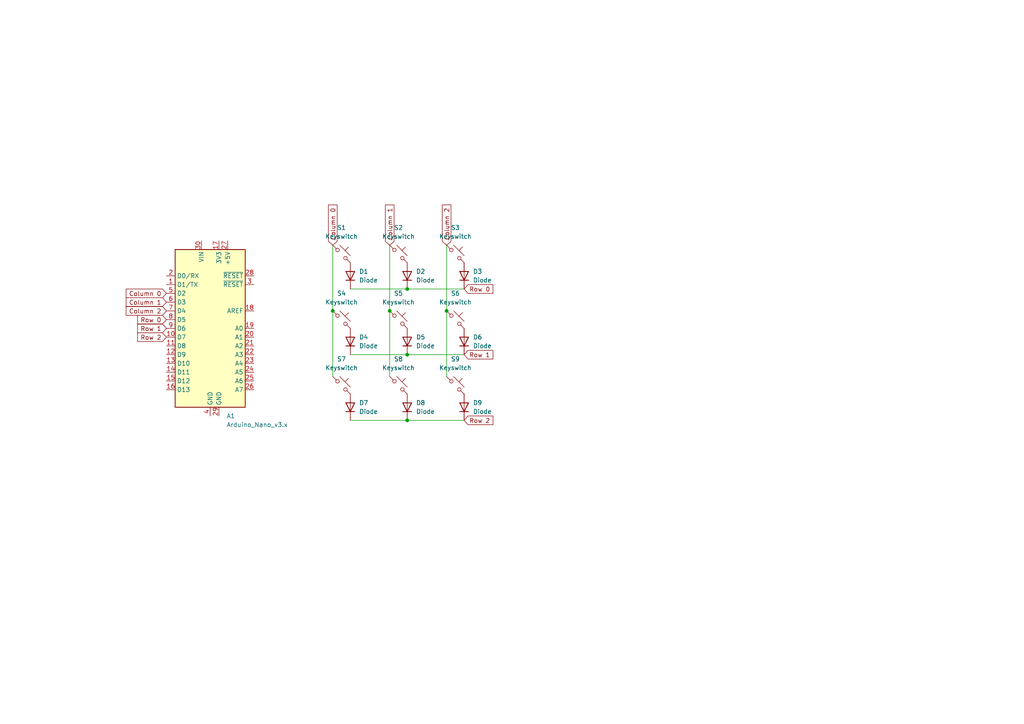
<source format=kicad_sch>
(kicad_sch
	(version 20231120)
	(generator "eeschema")
	(generator_version "8.0")
	(uuid "73ca71f7-aebc-41c2-914e-f4e2a010f29c")
	(paper "A4")
	(lib_symbols
		(symbol "MCU_Module:Arduino_Nano_v3.x"
			(exclude_from_sim no)
			(in_bom yes)
			(on_board yes)
			(property "Reference" "A"
				(at -10.16 23.495 0)
				(effects
					(font
						(size 1.27 1.27)
					)
					(justify left bottom)
				)
			)
			(property "Value" "Arduino_Nano_v3.x"
				(at 5.08 -24.13 0)
				(effects
					(font
						(size 1.27 1.27)
					)
					(justify left top)
				)
			)
			(property "Footprint" "Module:Arduino_Nano"
				(at 0 0 0)
				(effects
					(font
						(size 1.27 1.27)
						(italic yes)
					)
					(hide yes)
				)
			)
			(property "Datasheet" "http://www.mouser.com/pdfdocs/Gravitech_Arduino_Nano3_0.pdf"
				(at 0 0 0)
				(effects
					(font
						(size 1.27 1.27)
					)
					(hide yes)
				)
			)
			(property "Description" "Arduino Nano v3.x"
				(at 0 0 0)
				(effects
					(font
						(size 1.27 1.27)
					)
					(hide yes)
				)
			)
			(property "ki_keywords" "Arduino nano microcontroller module USB"
				(at 0 0 0)
				(effects
					(font
						(size 1.27 1.27)
					)
					(hide yes)
				)
			)
			(property "ki_fp_filters" "Arduino*Nano*"
				(at 0 0 0)
				(effects
					(font
						(size 1.27 1.27)
					)
					(hide yes)
				)
			)
			(symbol "Arduino_Nano_v3.x_0_1"
				(rectangle
					(start -10.16 22.86)
					(end 10.16 -22.86)
					(stroke
						(width 0.254)
						(type default)
					)
					(fill
						(type background)
					)
				)
			)
			(symbol "Arduino_Nano_v3.x_1_1"
				(pin bidirectional line
					(at -12.7 12.7 0)
					(length 2.54)
					(name "D1/TX"
						(effects
							(font
								(size 1.27 1.27)
							)
						)
					)
					(number "1"
						(effects
							(font
								(size 1.27 1.27)
							)
						)
					)
				)
				(pin bidirectional line
					(at -12.7 -2.54 0)
					(length 2.54)
					(name "D7"
						(effects
							(font
								(size 1.27 1.27)
							)
						)
					)
					(number "10"
						(effects
							(font
								(size 1.27 1.27)
							)
						)
					)
				)
				(pin bidirectional line
					(at -12.7 -5.08 0)
					(length 2.54)
					(name "D8"
						(effects
							(font
								(size 1.27 1.27)
							)
						)
					)
					(number "11"
						(effects
							(font
								(size 1.27 1.27)
							)
						)
					)
				)
				(pin bidirectional line
					(at -12.7 -7.62 0)
					(length 2.54)
					(name "D9"
						(effects
							(font
								(size 1.27 1.27)
							)
						)
					)
					(number "12"
						(effects
							(font
								(size 1.27 1.27)
							)
						)
					)
				)
				(pin bidirectional line
					(at -12.7 -10.16 0)
					(length 2.54)
					(name "D10"
						(effects
							(font
								(size 1.27 1.27)
							)
						)
					)
					(number "13"
						(effects
							(font
								(size 1.27 1.27)
							)
						)
					)
				)
				(pin bidirectional line
					(at -12.7 -12.7 0)
					(length 2.54)
					(name "D11"
						(effects
							(font
								(size 1.27 1.27)
							)
						)
					)
					(number "14"
						(effects
							(font
								(size 1.27 1.27)
							)
						)
					)
				)
				(pin bidirectional line
					(at -12.7 -15.24 0)
					(length 2.54)
					(name "D12"
						(effects
							(font
								(size 1.27 1.27)
							)
						)
					)
					(number "15"
						(effects
							(font
								(size 1.27 1.27)
							)
						)
					)
				)
				(pin bidirectional line
					(at -12.7 -17.78 0)
					(length 2.54)
					(name "D13"
						(effects
							(font
								(size 1.27 1.27)
							)
						)
					)
					(number "16"
						(effects
							(font
								(size 1.27 1.27)
							)
						)
					)
				)
				(pin power_out line
					(at 2.54 25.4 270)
					(length 2.54)
					(name "3V3"
						(effects
							(font
								(size 1.27 1.27)
							)
						)
					)
					(number "17"
						(effects
							(font
								(size 1.27 1.27)
							)
						)
					)
				)
				(pin input line
					(at 12.7 5.08 180)
					(length 2.54)
					(name "AREF"
						(effects
							(font
								(size 1.27 1.27)
							)
						)
					)
					(number "18"
						(effects
							(font
								(size 1.27 1.27)
							)
						)
					)
				)
				(pin bidirectional line
					(at 12.7 0 180)
					(length 2.54)
					(name "A0"
						(effects
							(font
								(size 1.27 1.27)
							)
						)
					)
					(number "19"
						(effects
							(font
								(size 1.27 1.27)
							)
						)
					)
				)
				(pin bidirectional line
					(at -12.7 15.24 0)
					(length 2.54)
					(name "D0/RX"
						(effects
							(font
								(size 1.27 1.27)
							)
						)
					)
					(number "2"
						(effects
							(font
								(size 1.27 1.27)
							)
						)
					)
				)
				(pin bidirectional line
					(at 12.7 -2.54 180)
					(length 2.54)
					(name "A1"
						(effects
							(font
								(size 1.27 1.27)
							)
						)
					)
					(number "20"
						(effects
							(font
								(size 1.27 1.27)
							)
						)
					)
				)
				(pin bidirectional line
					(at 12.7 -5.08 180)
					(length 2.54)
					(name "A2"
						(effects
							(font
								(size 1.27 1.27)
							)
						)
					)
					(number "21"
						(effects
							(font
								(size 1.27 1.27)
							)
						)
					)
				)
				(pin bidirectional line
					(at 12.7 -7.62 180)
					(length 2.54)
					(name "A3"
						(effects
							(font
								(size 1.27 1.27)
							)
						)
					)
					(number "22"
						(effects
							(font
								(size 1.27 1.27)
							)
						)
					)
				)
				(pin bidirectional line
					(at 12.7 -10.16 180)
					(length 2.54)
					(name "A4"
						(effects
							(font
								(size 1.27 1.27)
							)
						)
					)
					(number "23"
						(effects
							(font
								(size 1.27 1.27)
							)
						)
					)
				)
				(pin bidirectional line
					(at 12.7 -12.7 180)
					(length 2.54)
					(name "A5"
						(effects
							(font
								(size 1.27 1.27)
							)
						)
					)
					(number "24"
						(effects
							(font
								(size 1.27 1.27)
							)
						)
					)
				)
				(pin bidirectional line
					(at 12.7 -15.24 180)
					(length 2.54)
					(name "A6"
						(effects
							(font
								(size 1.27 1.27)
							)
						)
					)
					(number "25"
						(effects
							(font
								(size 1.27 1.27)
							)
						)
					)
				)
				(pin bidirectional line
					(at 12.7 -17.78 180)
					(length 2.54)
					(name "A7"
						(effects
							(font
								(size 1.27 1.27)
							)
						)
					)
					(number "26"
						(effects
							(font
								(size 1.27 1.27)
							)
						)
					)
				)
				(pin power_out line
					(at 5.08 25.4 270)
					(length 2.54)
					(name "+5V"
						(effects
							(font
								(size 1.27 1.27)
							)
						)
					)
					(number "27"
						(effects
							(font
								(size 1.27 1.27)
							)
						)
					)
				)
				(pin input line
					(at 12.7 15.24 180)
					(length 2.54)
					(name "~{RESET}"
						(effects
							(font
								(size 1.27 1.27)
							)
						)
					)
					(number "28"
						(effects
							(font
								(size 1.27 1.27)
							)
						)
					)
				)
				(pin power_in line
					(at 2.54 -25.4 90)
					(length 2.54)
					(name "GND"
						(effects
							(font
								(size 1.27 1.27)
							)
						)
					)
					(number "29"
						(effects
							(font
								(size 1.27 1.27)
							)
						)
					)
				)
				(pin input line
					(at 12.7 12.7 180)
					(length 2.54)
					(name "~{RESET}"
						(effects
							(font
								(size 1.27 1.27)
							)
						)
					)
					(number "3"
						(effects
							(font
								(size 1.27 1.27)
							)
						)
					)
				)
				(pin power_in line
					(at -2.54 25.4 270)
					(length 2.54)
					(name "VIN"
						(effects
							(font
								(size 1.27 1.27)
							)
						)
					)
					(number "30"
						(effects
							(font
								(size 1.27 1.27)
							)
						)
					)
				)
				(pin power_in line
					(at 0 -25.4 90)
					(length 2.54)
					(name "GND"
						(effects
							(font
								(size 1.27 1.27)
							)
						)
					)
					(number "4"
						(effects
							(font
								(size 1.27 1.27)
							)
						)
					)
				)
				(pin bidirectional line
					(at -12.7 10.16 0)
					(length 2.54)
					(name "D2"
						(effects
							(font
								(size 1.27 1.27)
							)
						)
					)
					(number "5"
						(effects
							(font
								(size 1.27 1.27)
							)
						)
					)
				)
				(pin bidirectional line
					(at -12.7 7.62 0)
					(length 2.54)
					(name "D3"
						(effects
							(font
								(size 1.27 1.27)
							)
						)
					)
					(number "6"
						(effects
							(font
								(size 1.27 1.27)
							)
						)
					)
				)
				(pin bidirectional line
					(at -12.7 5.08 0)
					(length 2.54)
					(name "D4"
						(effects
							(font
								(size 1.27 1.27)
							)
						)
					)
					(number "7"
						(effects
							(font
								(size 1.27 1.27)
							)
						)
					)
				)
				(pin bidirectional line
					(at -12.7 2.54 0)
					(length 2.54)
					(name "D5"
						(effects
							(font
								(size 1.27 1.27)
							)
						)
					)
					(number "8"
						(effects
							(font
								(size 1.27 1.27)
							)
						)
					)
				)
				(pin bidirectional line
					(at -12.7 0 0)
					(length 2.54)
					(name "D6"
						(effects
							(font
								(size 1.27 1.27)
							)
						)
					)
					(number "9"
						(effects
							(font
								(size 1.27 1.27)
							)
						)
					)
				)
			)
		)
		(symbol "ScottoKeebs:Placeholder_Diode"
			(pin_numbers hide)
			(pin_names hide)
			(exclude_from_sim no)
			(in_bom yes)
			(on_board yes)
			(property "Reference" "D"
				(at 0 2.54 0)
				(effects
					(font
						(size 1.27 1.27)
					)
				)
			)
			(property "Value" "Diode"
				(at 0 -2.54 0)
				(effects
					(font
						(size 1.27 1.27)
					)
				)
			)
			(property "Footprint" ""
				(at 0 0 0)
				(effects
					(font
						(size 1.27 1.27)
					)
					(hide yes)
				)
			)
			(property "Datasheet" ""
				(at 0 0 0)
				(effects
					(font
						(size 1.27 1.27)
					)
					(hide yes)
				)
			)
			(property "Description" "1N4148 (DO-35) or 1N4148W (SOD-123)"
				(at 0 0 0)
				(effects
					(font
						(size 1.27 1.27)
					)
					(hide yes)
				)
			)
			(property "Sim.Device" "D"
				(at 0 0 0)
				(effects
					(font
						(size 1.27 1.27)
					)
					(hide yes)
				)
			)
			(property "Sim.Pins" "1=K 2=A"
				(at 0 0 0)
				(effects
					(font
						(size 1.27 1.27)
					)
					(hide yes)
				)
			)
			(property "ki_keywords" "diode"
				(at 0 0 0)
				(effects
					(font
						(size 1.27 1.27)
					)
					(hide yes)
				)
			)
			(property "ki_fp_filters" "D*DO?35*"
				(at 0 0 0)
				(effects
					(font
						(size 1.27 1.27)
					)
					(hide yes)
				)
			)
			(symbol "Placeholder_Diode_0_1"
				(polyline
					(pts
						(xy -1.27 1.27) (xy -1.27 -1.27)
					)
					(stroke
						(width 0.254)
						(type default)
					)
					(fill
						(type none)
					)
				)
				(polyline
					(pts
						(xy 1.27 0) (xy -1.27 0)
					)
					(stroke
						(width 0)
						(type default)
					)
					(fill
						(type none)
					)
				)
				(polyline
					(pts
						(xy 1.27 1.27) (xy 1.27 -1.27) (xy -1.27 0) (xy 1.27 1.27)
					)
					(stroke
						(width 0.254)
						(type default)
					)
					(fill
						(type none)
					)
				)
			)
			(symbol "Placeholder_Diode_1_1"
				(pin passive line
					(at -3.81 0 0)
					(length 2.54)
					(name "K"
						(effects
							(font
								(size 1.27 1.27)
							)
						)
					)
					(number "1"
						(effects
							(font
								(size 1.27 1.27)
							)
						)
					)
				)
				(pin passive line
					(at 3.81 0 180)
					(length 2.54)
					(name "A"
						(effects
							(font
								(size 1.27 1.27)
							)
						)
					)
					(number "2"
						(effects
							(font
								(size 1.27 1.27)
							)
						)
					)
				)
			)
		)
		(symbol "ScottoKeebs:Placeholder_Keyswitch"
			(pin_numbers hide)
			(pin_names
				(offset 1.016) hide)
			(exclude_from_sim no)
			(in_bom yes)
			(on_board yes)
			(property "Reference" "S"
				(at 3.048 1.016 0)
				(effects
					(font
						(size 1.27 1.27)
					)
					(justify left)
				)
			)
			(property "Value" "Keyswitch"
				(at 0 -3.81 0)
				(effects
					(font
						(size 1.27 1.27)
					)
				)
			)
			(property "Footprint" ""
				(at 0 0 0)
				(effects
					(font
						(size 1.27 1.27)
					)
					(hide yes)
				)
			)
			(property "Datasheet" "~"
				(at 0 0 0)
				(effects
					(font
						(size 1.27 1.27)
					)
					(hide yes)
				)
			)
			(property "Description" "Push button switch, normally open, two pins, 45° tilted"
				(at 0 0 0)
				(effects
					(font
						(size 1.27 1.27)
					)
					(hide yes)
				)
			)
			(property "ki_keywords" "switch normally-open pushbutton push-button"
				(at 0 0 0)
				(effects
					(font
						(size 1.27 1.27)
					)
					(hide yes)
				)
			)
			(symbol "Placeholder_Keyswitch_0_1"
				(circle
					(center -1.1684 1.1684)
					(radius 0.508)
					(stroke
						(width 0)
						(type default)
					)
					(fill
						(type none)
					)
				)
				(polyline
					(pts
						(xy -0.508 2.54) (xy 2.54 -0.508)
					)
					(stroke
						(width 0)
						(type default)
					)
					(fill
						(type none)
					)
				)
				(polyline
					(pts
						(xy 1.016 1.016) (xy 2.032 2.032)
					)
					(stroke
						(width 0)
						(type default)
					)
					(fill
						(type none)
					)
				)
				(polyline
					(pts
						(xy -2.54 2.54) (xy -1.524 1.524) (xy -1.524 1.524)
					)
					(stroke
						(width 0)
						(type default)
					)
					(fill
						(type none)
					)
				)
				(polyline
					(pts
						(xy 1.524 -1.524) (xy 2.54 -2.54) (xy 2.54 -2.54) (xy 2.54 -2.54)
					)
					(stroke
						(width 0)
						(type default)
					)
					(fill
						(type none)
					)
				)
				(circle
					(center 1.143 -1.1938)
					(radius 0.508)
					(stroke
						(width 0)
						(type default)
					)
					(fill
						(type none)
					)
				)
				(pin passive line
					(at -2.54 2.54 0)
					(length 0)
					(name "1"
						(effects
							(font
								(size 1.27 1.27)
							)
						)
					)
					(number "1"
						(effects
							(font
								(size 1.27 1.27)
							)
						)
					)
				)
				(pin passive line
					(at 2.54 -2.54 180)
					(length 0)
					(name "2"
						(effects
							(font
								(size 1.27 1.27)
							)
						)
					)
					(number "2"
						(effects
							(font
								(size 1.27 1.27)
							)
						)
					)
				)
			)
		)
	)
	(junction
		(at 96.52 90.17)
		(diameter 0)
		(color 0 0 0 0)
		(uuid "1678f2a4-2689-4543-8036-d9ff8cde64b6")
	)
	(junction
		(at 118.11 83.82)
		(diameter 0)
		(color 0 0 0 0)
		(uuid "1e213735-ee99-4326-9f12-672be4f0b90f")
	)
	(junction
		(at 129.54 90.17)
		(diameter 0)
		(color 0 0 0 0)
		(uuid "7ac2e131-5450-482e-8ab9-1d8fa34d7605")
	)
	(junction
		(at 113.03 90.17)
		(diameter 0)
		(color 0 0 0 0)
		(uuid "7c433a09-7eb9-4f57-98b7-cadf7fd236f7")
	)
	(junction
		(at 118.11 102.87)
		(diameter 0)
		(color 0 0 0 0)
		(uuid "ac94affb-2371-4363-a949-80a195e10ac3")
	)
	(junction
		(at 118.11 121.92)
		(diameter 0)
		(color 0 0 0 0)
		(uuid "e21ba3b4-1905-41bc-b5e3-4201995f924c")
	)
	(wire
		(pts
			(xy 101.6 83.82) (xy 118.11 83.82)
		)
		(stroke
			(width 0)
			(type default)
		)
		(uuid "2f7aa891-5f49-4164-99f6-6d9ef5d814ee")
	)
	(wire
		(pts
			(xy 101.6 121.92) (xy 118.11 121.92)
		)
		(stroke
			(width 0)
			(type default)
		)
		(uuid "300c2b9a-3c16-44eb-a538-f59084e7b07c")
	)
	(wire
		(pts
			(xy 113.03 90.17) (xy 113.03 109.22)
		)
		(stroke
			(width 0)
			(type default)
		)
		(uuid "49a452aa-a600-4e55-81a0-f2537281833d")
	)
	(wire
		(pts
			(xy 118.11 102.87) (xy 134.62 102.87)
		)
		(stroke
			(width 0)
			(type default)
		)
		(uuid "4a23d136-805e-47ac-a98d-8bb7980a5085")
	)
	(wire
		(pts
			(xy 118.11 83.82) (xy 134.62 83.82)
		)
		(stroke
			(width 0)
			(type default)
		)
		(uuid "5ed6f3c9-4e7a-4a6c-a6e8-1514e2236087")
	)
	(wire
		(pts
			(xy 113.03 71.12) (xy 113.03 90.17)
		)
		(stroke
			(width 0)
			(type default)
		)
		(uuid "61f7b703-e72a-425d-9ea6-24d1f9361c06")
	)
	(wire
		(pts
			(xy 129.54 71.12) (xy 129.54 90.17)
		)
		(stroke
			(width 0)
			(type default)
		)
		(uuid "6ffe871a-e81d-4ab1-8b47-1b82692cf009")
	)
	(wire
		(pts
			(xy 129.54 90.17) (xy 129.54 109.22)
		)
		(stroke
			(width 0)
			(type default)
		)
		(uuid "936e4f5d-6795-4cb8-ac86-5c7171afa51d")
	)
	(wire
		(pts
			(xy 96.52 90.17) (xy 96.52 109.22)
		)
		(stroke
			(width 0)
			(type default)
		)
		(uuid "a9c4534b-834d-4131-a18f-97114facca06")
	)
	(wire
		(pts
			(xy 101.6 102.87) (xy 118.11 102.87)
		)
		(stroke
			(width 0)
			(type default)
		)
		(uuid "cb548b3a-9f88-460f-b1b9-ecbb7347ad8f")
	)
	(wire
		(pts
			(xy 118.11 121.92) (xy 134.62 121.92)
		)
		(stroke
			(width 0)
			(type default)
		)
		(uuid "d4a84869-1028-45df-ae70-12e5315cd524")
	)
	(wire
		(pts
			(xy 96.52 71.12) (xy 96.52 90.17)
		)
		(stroke
			(width 0)
			(type default)
		)
		(uuid "d85d1b33-0823-48c4-9b3a-57cc41a3350c")
	)
	(global_label "Column 1"
		(shape input)
		(at 48.26 87.63 180)
		(fields_autoplaced yes)
		(effects
			(font
				(size 1.27 1.27)
			)
			(justify right)
		)
		(uuid "0f935f2e-57cb-42d5-abc9-1638a5e7621c")
		(property "Intersheetrefs" "${INTERSHEET_REFS}"
			(at 36.0222 87.63 0)
			(effects
				(font
					(size 1.27 1.27)
				)
				(justify right)
				(hide yes)
			)
		)
	)
	(global_label "Row 0"
		(shape input)
		(at 134.62 83.82 0)
		(fields_autoplaced yes)
		(effects
			(font
				(size 1.27 1.27)
			)
			(justify left)
		)
		(uuid "19d06cd1-b48e-4070-b8ca-837c708a9a8c")
		(property "Intersheetrefs" "${INTERSHEET_REFS}"
			(at 143.5318 83.82 0)
			(effects
				(font
					(size 1.27 1.27)
				)
				(justify left)
				(hide yes)
			)
		)
	)
	(global_label "Column 0"
		(shape input)
		(at 48.26 85.09 180)
		(fields_autoplaced yes)
		(effects
			(font
				(size 1.27 1.27)
			)
			(justify right)
		)
		(uuid "1e39d5a9-71ae-4eee-9976-bffabe022738")
		(property "Intersheetrefs" "${INTERSHEET_REFS}"
			(at 36.0222 85.09 0)
			(effects
				(font
					(size 1.27 1.27)
				)
				(justify right)
				(hide yes)
			)
		)
	)
	(global_label "Column 2"
		(shape input)
		(at 129.54 71.12 90)
		(fields_autoplaced yes)
		(effects
			(font
				(size 1.27 1.27)
			)
			(justify left)
		)
		(uuid "4195dd3f-11d2-4964-a492-b3ed50ccedae")
		(property "Intersheetrefs" "${INTERSHEET_REFS}"
			(at 129.54 58.8822 90)
			(effects
				(font
					(size 1.27 1.27)
				)
				(justify left)
				(hide yes)
			)
		)
	)
	(global_label "Row 0"
		(shape input)
		(at 48.26 92.71 180)
		(fields_autoplaced yes)
		(effects
			(font
				(size 1.27 1.27)
			)
			(justify right)
		)
		(uuid "557c931f-10e3-4273-8cf5-43cccf645a02")
		(property "Intersheetrefs" "${INTERSHEET_REFS}"
			(at 39.3482 92.71 0)
			(effects
				(font
					(size 1.27 1.27)
				)
				(justify right)
				(hide yes)
			)
		)
	)
	(global_label "Row 2"
		(shape input)
		(at 48.26 97.79 180)
		(fields_autoplaced yes)
		(effects
			(font
				(size 1.27 1.27)
			)
			(justify right)
		)
		(uuid "68008082-a5e6-418a-80d9-05f8025c573c")
		(property "Intersheetrefs" "${INTERSHEET_REFS}"
			(at 39.3482 97.79 0)
			(effects
				(font
					(size 1.27 1.27)
				)
				(justify right)
				(hide yes)
			)
		)
	)
	(global_label "Row 1"
		(shape input)
		(at 48.26 95.25 180)
		(fields_autoplaced yes)
		(effects
			(font
				(size 1.27 1.27)
			)
			(justify right)
		)
		(uuid "6b736262-2bc1-46f6-960b-4e89fa2e3687")
		(property "Intersheetrefs" "${INTERSHEET_REFS}"
			(at 39.3482 95.25 0)
			(effects
				(font
					(size 1.27 1.27)
				)
				(justify right)
				(hide yes)
			)
		)
	)
	(global_label "Column 2"
		(shape input)
		(at 48.26 90.17 180)
		(fields_autoplaced yes)
		(effects
			(font
				(size 1.27 1.27)
			)
			(justify right)
		)
		(uuid "6e6c9303-3810-4f3c-8d3e-fbf3fb1cdb1e")
		(property "Intersheetrefs" "${INTERSHEET_REFS}"
			(at 36.0222 90.17 0)
			(effects
				(font
					(size 1.27 1.27)
				)
				(justify right)
				(hide yes)
			)
		)
	)
	(global_label "Column 0"
		(shape input)
		(at 96.52 71.12 90)
		(fields_autoplaced yes)
		(effects
			(font
				(size 1.27 1.27)
			)
			(justify left)
		)
		(uuid "9da5f9b1-1000-4ed5-b759-806945fcb9bf")
		(property "Intersheetrefs" "${INTERSHEET_REFS}"
			(at 96.52 58.8822 90)
			(effects
				(font
					(size 1.27 1.27)
				)
				(justify left)
				(hide yes)
			)
		)
	)
	(global_label "Row 1"
		(shape input)
		(at 134.62 102.87 0)
		(fields_autoplaced yes)
		(effects
			(font
				(size 1.27 1.27)
			)
			(justify left)
		)
		(uuid "d461e48f-8624-45b5-83e6-4785cf843faf")
		(property "Intersheetrefs" "${INTERSHEET_REFS}"
			(at 143.5318 102.87 0)
			(effects
				(font
					(size 1.27 1.27)
				)
				(justify left)
				(hide yes)
			)
		)
	)
	(global_label "Column 1"
		(shape input)
		(at 113.03 71.12 90)
		(fields_autoplaced yes)
		(effects
			(font
				(size 1.27 1.27)
			)
			(justify left)
		)
		(uuid "d4cd9f2e-1caf-4a8d-b378-bdde2f0917e1")
		(property "Intersheetrefs" "${INTERSHEET_REFS}"
			(at 113.03 58.8822 90)
			(effects
				(font
					(size 1.27 1.27)
				)
				(justify left)
				(hide yes)
			)
		)
	)
	(global_label "Row 2"
		(shape input)
		(at 134.62 121.92 0)
		(fields_autoplaced yes)
		(effects
			(font
				(size 1.27 1.27)
			)
			(justify left)
		)
		(uuid "f431876d-6d5b-4411-b919-6e44763f6749")
		(property "Intersheetrefs" "${INTERSHEET_REFS}"
			(at 143.5318 121.92 0)
			(effects
				(font
					(size 1.27 1.27)
				)
				(justify left)
				(hide yes)
			)
		)
	)
	(symbol
		(lib_id "ScottoKeebs:Placeholder_Keyswitch")
		(at 132.08 92.71 0)
		(unit 1)
		(exclude_from_sim no)
		(in_bom yes)
		(on_board yes)
		(dnp no)
		(fields_autoplaced yes)
		(uuid "0b417a17-7c58-4417-a9e3-8d3b632470d1")
		(property "Reference" "S6"
			(at 132.08 85.09 0)
			(effects
				(font
					(size 1.27 1.27)
				)
			)
		)
		(property "Value" "Keyswitch"
			(at 132.08 87.63 0)
			(effects
				(font
					(size 1.27 1.27)
				)
			)
		)
		(property "Footprint" "ScottoKeebs_MX:MX_PCB_1.00u"
			(at 132.08 92.71 0)
			(effects
				(font
					(size 1.27 1.27)
				)
				(hide yes)
			)
		)
		(property "Datasheet" "~"
			(at 132.08 92.71 0)
			(effects
				(font
					(size 1.27 1.27)
				)
				(hide yes)
			)
		)
		(property "Description" "Push button switch, normally open, two pins, 45° tilted"
			(at 132.08 92.71 0)
			(effects
				(font
					(size 1.27 1.27)
				)
				(hide yes)
			)
		)
		(pin "1"
			(uuid "95d76f3f-d8cb-4ccf-b794-fba233e2eda2")
		)
		(pin "2"
			(uuid "31636462-9b94-4430-a2b0-8da26c49e620")
		)
		(instances
			(project "v1"
				(path "/73ca71f7-aebc-41c2-914e-f4e2a010f29c"
					(reference "S6")
					(unit 1)
				)
			)
		)
	)
	(symbol
		(lib_id "ScottoKeebs:Placeholder_Diode")
		(at 118.11 80.01 90)
		(unit 1)
		(exclude_from_sim no)
		(in_bom yes)
		(on_board yes)
		(dnp no)
		(fields_autoplaced yes)
		(uuid "1336fd6a-1c9d-4783-ab6b-594e81968d6a")
		(property "Reference" "D2"
			(at 120.65 78.7399 90)
			(effects
				(font
					(size 1.27 1.27)
				)
				(justify right)
			)
		)
		(property "Value" "Diode"
			(at 120.65 81.2799 90)
			(effects
				(font
					(size 1.27 1.27)
				)
				(justify right)
			)
		)
		(property "Footprint" "ScottoKeebs_Components:Diode_DO-35"
			(at 118.11 80.01 0)
			(effects
				(font
					(size 1.27 1.27)
				)
				(hide yes)
			)
		)
		(property "Datasheet" ""
			(at 118.11 80.01 0)
			(effects
				(font
					(size 1.27 1.27)
				)
				(hide yes)
			)
		)
		(property "Description" "1N4148 (DO-35) or 1N4148W (SOD-123)"
			(at 118.11 80.01 0)
			(effects
				(font
					(size 1.27 1.27)
				)
				(hide yes)
			)
		)
		(property "Sim.Device" "D"
			(at 118.11 80.01 0)
			(effects
				(font
					(size 1.27 1.27)
				)
				(hide yes)
			)
		)
		(property "Sim.Pins" "1=K 2=A"
			(at 118.11 80.01 0)
			(effects
				(font
					(size 1.27 1.27)
				)
				(hide yes)
			)
		)
		(pin "2"
			(uuid "b16a8326-4291-4f26-988c-9b85f80658ba")
		)
		(pin "1"
			(uuid "925e178a-3db8-441e-ae33-05d8fee0368d")
		)
		(instances
			(project "v1"
				(path "/73ca71f7-aebc-41c2-914e-f4e2a010f29c"
					(reference "D2")
					(unit 1)
				)
			)
		)
	)
	(symbol
		(lib_id "ScottoKeebs:Placeholder_Keyswitch")
		(at 115.57 111.76 0)
		(unit 1)
		(exclude_from_sim no)
		(in_bom yes)
		(on_board yes)
		(dnp no)
		(fields_autoplaced yes)
		(uuid "1bc21c4d-22aa-41fe-a1ac-3731afa50c76")
		(property "Reference" "S8"
			(at 115.57 104.14 0)
			(effects
				(font
					(size 1.27 1.27)
				)
			)
		)
		(property "Value" "Keyswitch"
			(at 115.57 106.68 0)
			(effects
				(font
					(size 1.27 1.27)
				)
			)
		)
		(property "Footprint" "ScottoKeebs_MX:MX_PCB_1.00u"
			(at 115.57 111.76 0)
			(effects
				(font
					(size 1.27 1.27)
				)
				(hide yes)
			)
		)
		(property "Datasheet" "~"
			(at 115.57 111.76 0)
			(effects
				(font
					(size 1.27 1.27)
				)
				(hide yes)
			)
		)
		(property "Description" "Push button switch, normally open, two pins, 45° tilted"
			(at 115.57 111.76 0)
			(effects
				(font
					(size 1.27 1.27)
				)
				(hide yes)
			)
		)
		(pin "1"
			(uuid "63c9778d-6a49-4b76-814c-6a9578983795")
		)
		(pin "2"
			(uuid "b755e7d2-aebf-43ab-a723-8778fedc80e1")
		)
		(instances
			(project "v1"
				(path "/73ca71f7-aebc-41c2-914e-f4e2a010f29c"
					(reference "S8")
					(unit 1)
				)
			)
		)
	)
	(symbol
		(lib_id "ScottoKeebs:Placeholder_Keyswitch")
		(at 132.08 73.66 0)
		(unit 1)
		(exclude_from_sim no)
		(in_bom yes)
		(on_board yes)
		(dnp no)
		(fields_autoplaced yes)
		(uuid "28afadf4-b518-4566-b537-e8e487b7b210")
		(property "Reference" "S3"
			(at 132.08 66.04 0)
			(effects
				(font
					(size 1.27 1.27)
				)
			)
		)
		(property "Value" "Keyswitch"
			(at 132.08 68.58 0)
			(effects
				(font
					(size 1.27 1.27)
				)
			)
		)
		(property "Footprint" "ScottoKeebs_MX:MX_PCB_1.00u"
			(at 132.08 73.66 0)
			(effects
				(font
					(size 1.27 1.27)
				)
				(hide yes)
			)
		)
		(property "Datasheet" "~"
			(at 132.08 73.66 0)
			(effects
				(font
					(size 1.27 1.27)
				)
				(hide yes)
			)
		)
		(property "Description" "Push button switch, normally open, two pins, 45° tilted"
			(at 132.08 73.66 0)
			(effects
				(font
					(size 1.27 1.27)
				)
				(hide yes)
			)
		)
		(pin "1"
			(uuid "b4c0fbb3-b90f-445e-91aa-30af8502ae67")
		)
		(pin "2"
			(uuid "71862afd-7893-4686-966b-01c599f98829")
		)
		(instances
			(project "v1"
				(path "/73ca71f7-aebc-41c2-914e-f4e2a010f29c"
					(reference "S3")
					(unit 1)
				)
			)
		)
	)
	(symbol
		(lib_id "ScottoKeebs:Placeholder_Keyswitch")
		(at 99.06 111.76 0)
		(unit 1)
		(exclude_from_sim no)
		(in_bom yes)
		(on_board yes)
		(dnp no)
		(fields_autoplaced yes)
		(uuid "3175221c-c3ba-40be-a129-b499b48581f9")
		(property "Reference" "S7"
			(at 99.06 104.14 0)
			(effects
				(font
					(size 1.27 1.27)
				)
			)
		)
		(property "Value" "Keyswitch"
			(at 99.06 106.68 0)
			(effects
				(font
					(size 1.27 1.27)
				)
			)
		)
		(property "Footprint" "ScottoKeebs_MX:MX_PCB_1.00u"
			(at 99.06 111.76 0)
			(effects
				(font
					(size 1.27 1.27)
				)
				(hide yes)
			)
		)
		(property "Datasheet" "~"
			(at 99.06 111.76 0)
			(effects
				(font
					(size 1.27 1.27)
				)
				(hide yes)
			)
		)
		(property "Description" "Push button switch, normally open, two pins, 45° tilted"
			(at 99.06 111.76 0)
			(effects
				(font
					(size 1.27 1.27)
				)
				(hide yes)
			)
		)
		(pin "1"
			(uuid "c4f800f8-66e6-47c9-aacd-ab1fbd4744a3")
		)
		(pin "2"
			(uuid "37f490f0-7f42-4871-8b5f-848d853418ec")
		)
		(instances
			(project "v1"
				(path "/73ca71f7-aebc-41c2-914e-f4e2a010f29c"
					(reference "S7")
					(unit 1)
				)
			)
		)
	)
	(symbol
		(lib_id "ScottoKeebs:Placeholder_Diode")
		(at 101.6 118.11 90)
		(unit 1)
		(exclude_from_sim no)
		(in_bom yes)
		(on_board yes)
		(dnp no)
		(fields_autoplaced yes)
		(uuid "33a3d69b-da7f-4988-9078-d221baf2c703")
		(property "Reference" "D7"
			(at 104.14 116.8399 90)
			(effects
				(font
					(size 1.27 1.27)
				)
				(justify right)
			)
		)
		(property "Value" "Diode"
			(at 104.14 119.3799 90)
			(effects
				(font
					(size 1.27 1.27)
				)
				(justify right)
			)
		)
		(property "Footprint" "ScottoKeebs_Components:Diode_DO-35"
			(at 101.6 118.11 0)
			(effects
				(font
					(size 1.27 1.27)
				)
				(hide yes)
			)
		)
		(property "Datasheet" ""
			(at 101.6 118.11 0)
			(effects
				(font
					(size 1.27 1.27)
				)
				(hide yes)
			)
		)
		(property "Description" "1N4148 (DO-35) or 1N4148W (SOD-123)"
			(at 101.6 118.11 0)
			(effects
				(font
					(size 1.27 1.27)
				)
				(hide yes)
			)
		)
		(property "Sim.Device" "D"
			(at 101.6 118.11 0)
			(effects
				(font
					(size 1.27 1.27)
				)
				(hide yes)
			)
		)
		(property "Sim.Pins" "1=K 2=A"
			(at 101.6 118.11 0)
			(effects
				(font
					(size 1.27 1.27)
				)
				(hide yes)
			)
		)
		(pin "2"
			(uuid "969e5b9d-62d3-46aa-9eaf-434866ff96fc")
		)
		(pin "1"
			(uuid "25ffe498-518e-4d0c-9b04-00d2fd596c30")
		)
		(instances
			(project "v1"
				(path "/73ca71f7-aebc-41c2-914e-f4e2a010f29c"
					(reference "D7")
					(unit 1)
				)
			)
		)
	)
	(symbol
		(lib_id "ScottoKeebs:Placeholder_Diode")
		(at 118.11 118.11 90)
		(unit 1)
		(exclude_from_sim no)
		(in_bom yes)
		(on_board yes)
		(dnp no)
		(fields_autoplaced yes)
		(uuid "370391b7-597d-42a3-b425-134fc8097629")
		(property "Reference" "D8"
			(at 120.65 116.8399 90)
			(effects
				(font
					(size 1.27 1.27)
				)
				(justify right)
			)
		)
		(property "Value" "Diode"
			(at 120.65 119.3799 90)
			(effects
				(font
					(size 1.27 1.27)
				)
				(justify right)
			)
		)
		(property "Footprint" "ScottoKeebs_Components:Diode_DO-35"
			(at 118.11 118.11 0)
			(effects
				(font
					(size 1.27 1.27)
				)
				(hide yes)
			)
		)
		(property "Datasheet" ""
			(at 118.11 118.11 0)
			(effects
				(font
					(size 1.27 1.27)
				)
				(hide yes)
			)
		)
		(property "Description" "1N4148 (DO-35) or 1N4148W (SOD-123)"
			(at 118.11 118.11 0)
			(effects
				(font
					(size 1.27 1.27)
				)
				(hide yes)
			)
		)
		(property "Sim.Device" "D"
			(at 118.11 118.11 0)
			(effects
				(font
					(size 1.27 1.27)
				)
				(hide yes)
			)
		)
		(property "Sim.Pins" "1=K 2=A"
			(at 118.11 118.11 0)
			(effects
				(font
					(size 1.27 1.27)
				)
				(hide yes)
			)
		)
		(pin "2"
			(uuid "53d3d377-1de0-4363-ac34-f0755968b767")
		)
		(pin "1"
			(uuid "9c010f59-6223-413f-aa17-c4598aca488c")
		)
		(instances
			(project "v1"
				(path "/73ca71f7-aebc-41c2-914e-f4e2a010f29c"
					(reference "D8")
					(unit 1)
				)
			)
		)
	)
	(symbol
		(lib_id "ScottoKeebs:Placeholder_Diode")
		(at 134.62 80.01 90)
		(unit 1)
		(exclude_from_sim no)
		(in_bom yes)
		(on_board yes)
		(dnp no)
		(fields_autoplaced yes)
		(uuid "38e2f020-4c90-4a56-b700-97e5cf7a9109")
		(property "Reference" "D3"
			(at 137.16 78.7399 90)
			(effects
				(font
					(size 1.27 1.27)
				)
				(justify right)
			)
		)
		(property "Value" "Diode"
			(at 137.16 81.2799 90)
			(effects
				(font
					(size 1.27 1.27)
				)
				(justify right)
			)
		)
		(property "Footprint" "ScottoKeebs_Components:Diode_DO-35"
			(at 134.62 80.01 0)
			(effects
				(font
					(size 1.27 1.27)
				)
				(hide yes)
			)
		)
		(property "Datasheet" ""
			(at 134.62 80.01 0)
			(effects
				(font
					(size 1.27 1.27)
				)
				(hide yes)
			)
		)
		(property "Description" "1N4148 (DO-35) or 1N4148W (SOD-123)"
			(at 134.62 80.01 0)
			(effects
				(font
					(size 1.27 1.27)
				)
				(hide yes)
			)
		)
		(property "Sim.Device" "D"
			(at 134.62 80.01 0)
			(effects
				(font
					(size 1.27 1.27)
				)
				(hide yes)
			)
		)
		(property "Sim.Pins" "1=K 2=A"
			(at 134.62 80.01 0)
			(effects
				(font
					(size 1.27 1.27)
				)
				(hide yes)
			)
		)
		(pin "2"
			(uuid "8b124bc6-1a54-494b-b297-8231841239e8")
		)
		(pin "1"
			(uuid "b949abf9-8ee6-414d-8a7f-3a02bd2fe37e")
		)
		(instances
			(project "v1"
				(path "/73ca71f7-aebc-41c2-914e-f4e2a010f29c"
					(reference "D3")
					(unit 1)
				)
			)
		)
	)
	(symbol
		(lib_id "ScottoKeebs:Placeholder_Diode")
		(at 134.62 99.06 90)
		(unit 1)
		(exclude_from_sim no)
		(in_bom yes)
		(on_board yes)
		(dnp no)
		(fields_autoplaced yes)
		(uuid "53306097-05d4-440b-80c6-49313aeec0f8")
		(property "Reference" "D6"
			(at 137.16 97.7899 90)
			(effects
				(font
					(size 1.27 1.27)
				)
				(justify right)
			)
		)
		(property "Value" "Diode"
			(at 137.16 100.3299 90)
			(effects
				(font
					(size 1.27 1.27)
				)
				(justify right)
			)
		)
		(property "Footprint" "ScottoKeebs_Components:Diode_DO-35"
			(at 134.62 99.06 0)
			(effects
				(font
					(size 1.27 1.27)
				)
				(hide yes)
			)
		)
		(property "Datasheet" ""
			(at 134.62 99.06 0)
			(effects
				(font
					(size 1.27 1.27)
				)
				(hide yes)
			)
		)
		(property "Description" "1N4148 (DO-35) or 1N4148W (SOD-123)"
			(at 134.62 99.06 0)
			(effects
				(font
					(size 1.27 1.27)
				)
				(hide yes)
			)
		)
		(property "Sim.Device" "D"
			(at 134.62 99.06 0)
			(effects
				(font
					(size 1.27 1.27)
				)
				(hide yes)
			)
		)
		(property "Sim.Pins" "1=K 2=A"
			(at 134.62 99.06 0)
			(effects
				(font
					(size 1.27 1.27)
				)
				(hide yes)
			)
		)
		(pin "2"
			(uuid "26480f5a-3deb-4be5-9711-3b0052852971")
		)
		(pin "1"
			(uuid "2cc7f0c7-e139-4b13-a547-526bb91859cb")
		)
		(instances
			(project "v1"
				(path "/73ca71f7-aebc-41c2-914e-f4e2a010f29c"
					(reference "D6")
					(unit 1)
				)
			)
		)
	)
	(symbol
		(lib_id "ScottoKeebs:Placeholder_Keyswitch")
		(at 132.08 111.76 0)
		(unit 1)
		(exclude_from_sim no)
		(in_bom yes)
		(on_board yes)
		(dnp no)
		(fields_autoplaced yes)
		(uuid "6b30ca8f-b8c5-4083-952f-b9ca91f1a673")
		(property "Reference" "S9"
			(at 132.08 104.14 0)
			(effects
				(font
					(size 1.27 1.27)
				)
			)
		)
		(property "Value" "Keyswitch"
			(at 132.08 106.68 0)
			(effects
				(font
					(size 1.27 1.27)
				)
			)
		)
		(property "Footprint" "ScottoKeebs_MX:MX_PCB_1.00u"
			(at 132.08 111.76 0)
			(effects
				(font
					(size 1.27 1.27)
				)
				(hide yes)
			)
		)
		(property "Datasheet" "~"
			(at 132.08 111.76 0)
			(effects
				(font
					(size 1.27 1.27)
				)
				(hide yes)
			)
		)
		(property "Description" "Push button switch, normally open, two pins, 45° tilted"
			(at 132.08 111.76 0)
			(effects
				(font
					(size 1.27 1.27)
				)
				(hide yes)
			)
		)
		(pin "1"
			(uuid "9d8e22a9-a36e-4366-8424-cd118350bff0")
		)
		(pin "2"
			(uuid "736c65ab-e2af-4579-b16d-c7c7450444a4")
		)
		(instances
			(project "v1"
				(path "/73ca71f7-aebc-41c2-914e-f4e2a010f29c"
					(reference "S9")
					(unit 1)
				)
			)
		)
	)
	(symbol
		(lib_id "ScottoKeebs:Placeholder_Diode")
		(at 101.6 80.01 90)
		(unit 1)
		(exclude_from_sim no)
		(in_bom yes)
		(on_board yes)
		(dnp no)
		(fields_autoplaced yes)
		(uuid "7260d29c-aebe-4f93-9d49-5b648da63640")
		(property "Reference" "D1"
			(at 104.14 78.7399 90)
			(effects
				(font
					(size 1.27 1.27)
				)
				(justify right)
			)
		)
		(property "Value" "Diode"
			(at 104.14 81.2799 90)
			(effects
				(font
					(size 1.27 1.27)
				)
				(justify right)
			)
		)
		(property "Footprint" "ScottoKeebs_Components:Diode_DO-35"
			(at 101.6 80.01 0)
			(effects
				(font
					(size 1.27 1.27)
				)
				(hide yes)
			)
		)
		(property "Datasheet" ""
			(at 101.6 80.01 0)
			(effects
				(font
					(size 1.27 1.27)
				)
				(hide yes)
			)
		)
		(property "Description" "1N4148 (DO-35) or 1N4148W (SOD-123)"
			(at 101.6 80.01 0)
			(effects
				(font
					(size 1.27 1.27)
				)
				(hide yes)
			)
		)
		(property "Sim.Device" "D"
			(at 101.6 80.01 0)
			(effects
				(font
					(size 1.27 1.27)
				)
				(hide yes)
			)
		)
		(property "Sim.Pins" "1=K 2=A"
			(at 101.6 80.01 0)
			(effects
				(font
					(size 1.27 1.27)
				)
				(hide yes)
			)
		)
		(pin "2"
			(uuid "f509efc5-352c-4592-a3b1-e4bffa417bbd")
		)
		(pin "1"
			(uuid "09b3f855-a961-4da3-931a-cd191cfac123")
		)
		(instances
			(project "v1"
				(path "/73ca71f7-aebc-41c2-914e-f4e2a010f29c"
					(reference "D1")
					(unit 1)
				)
			)
		)
	)
	(symbol
		(lib_id "ScottoKeebs:Placeholder_Keyswitch")
		(at 115.57 73.66 0)
		(unit 1)
		(exclude_from_sim no)
		(in_bom yes)
		(on_board yes)
		(dnp no)
		(fields_autoplaced yes)
		(uuid "7e276bc7-573c-4640-bcee-c1b3c2f551f4")
		(property "Reference" "S2"
			(at 115.57 66.04 0)
			(effects
				(font
					(size 1.27 1.27)
				)
			)
		)
		(property "Value" "Keyswitch"
			(at 115.57 68.58 0)
			(effects
				(font
					(size 1.27 1.27)
				)
			)
		)
		(property "Footprint" "ScottoKeebs_MX:MX_PCB_1.00u"
			(at 115.57 73.66 0)
			(effects
				(font
					(size 1.27 1.27)
				)
				(hide yes)
			)
		)
		(property "Datasheet" "~"
			(at 115.57 73.66 0)
			(effects
				(font
					(size 1.27 1.27)
				)
				(hide yes)
			)
		)
		(property "Description" "Push button switch, normally open, two pins, 45° tilted"
			(at 115.57 73.66 0)
			(effects
				(font
					(size 1.27 1.27)
				)
				(hide yes)
			)
		)
		(pin "1"
			(uuid "383aa388-3603-48ac-a884-30466f7bd21a")
		)
		(pin "2"
			(uuid "6f762c69-1ae3-4932-ac52-3e053e9eafe4")
		)
		(instances
			(project "v1"
				(path "/73ca71f7-aebc-41c2-914e-f4e2a010f29c"
					(reference "S2")
					(unit 1)
				)
			)
		)
	)
	(symbol
		(lib_id "MCU_Module:Arduino_Nano_v3.x")
		(at 60.96 95.25 0)
		(unit 1)
		(exclude_from_sim no)
		(in_bom yes)
		(on_board yes)
		(dnp no)
		(fields_autoplaced yes)
		(uuid "8bce1131-b592-4214-b5f8-c29604a27758")
		(property "Reference" "A1"
			(at 65.6941 120.65 0)
			(effects
				(font
					(size 1.27 1.27)
				)
				(justify left)
			)
		)
		(property "Value" "Arduino_Nano_v3.x"
			(at 65.6941 123.19 0)
			(effects
				(font
					(size 1.27 1.27)
				)
				(justify left)
			)
		)
		(property "Footprint" "Module:Arduino_Nano"
			(at 60.96 95.25 0)
			(effects
				(font
					(size 1.27 1.27)
					(italic yes)
				)
				(hide yes)
			)
		)
		(property "Datasheet" "http://www.mouser.com/pdfdocs/Gravitech_Arduino_Nano3_0.pdf"
			(at 60.96 95.25 0)
			(effects
				(font
					(size 1.27 1.27)
				)
				(hide yes)
			)
		)
		(property "Description" "Arduino Nano v3.x"
			(at 60.96 95.25 0)
			(effects
				(font
					(size 1.27 1.27)
				)
				(hide yes)
			)
		)
		(pin "12"
			(uuid "d6c819cb-b1db-403a-b5da-6c3cd9f4e582")
		)
		(pin "26"
			(uuid "964b3e39-1eb5-4102-96f8-e7636274dcfd")
		)
		(pin "28"
			(uuid "0e6dbf71-c62c-410c-92ef-11d53a08207b")
		)
		(pin "15"
			(uuid "b802d1db-a757-450c-aff7-28345c9dea9d")
		)
		(pin "21"
			(uuid "d6100c40-b4cc-48e6-99bd-3277a6298528")
		)
		(pin "22"
			(uuid "3be59274-21f9-4f61-85f6-421ad1f3bc7a")
		)
		(pin "24"
			(uuid "aec9fd80-10a1-4d99-b257-211df9cba8df")
		)
		(pin "17"
			(uuid "7a0752b8-9417-4e3e-b011-8495b304e46c")
		)
		(pin "13"
			(uuid "a93ebfa7-a629-4293-956e-f542ae4e61b2")
		)
		(pin "20"
			(uuid "a2855c8d-f707-4a31-a4e2-e266209545d6")
		)
		(pin "23"
			(uuid "90edc43e-43ac-4d10-9157-53de8f4ccf87")
		)
		(pin "25"
			(uuid "7af2d624-2d71-4a63-b019-d094a93fa6dd")
		)
		(pin "3"
			(uuid "7e2570da-15a4-4b11-89cf-b00a465e46c2")
		)
		(pin "16"
			(uuid "23b779c8-a818-4bb0-8d58-03384fb1d876")
		)
		(pin "18"
			(uuid "c145d90e-2aa1-43fe-92cd-ccef6947f6e7")
		)
		(pin "2"
			(uuid "751f41ee-4405-4cc5-8daa-352a2f3603fb")
		)
		(pin "30"
			(uuid "e846b1b0-333e-42a3-9095-240144bd0467")
		)
		(pin "5"
			(uuid "2bed082e-9e44-441c-9065-ea8d9b58a84d")
		)
		(pin "10"
			(uuid "9714a227-230f-43bb-9803-2f46e4d4ac9a")
		)
		(pin "4"
			(uuid "022de7a2-1f54-49ee-a91a-ccb82ab4eb9d")
		)
		(pin "14"
			(uuid "708db26f-f535-4e53-a09a-9c44923ccd4d")
		)
		(pin "7"
			(uuid "16bdc861-93e9-4c23-9f44-063133a0dd17")
		)
		(pin "8"
			(uuid "da02c8c1-4da3-486b-bd4f-d5570a4ebf5b")
		)
		(pin "11"
			(uuid "804edb22-1b38-4823-ac40-139589a2a8ee")
		)
		(pin "6"
			(uuid "50dbf931-7359-41bd-8c94-82e3dd54d2b8")
		)
		(pin "19"
			(uuid "74400031-9f57-4a9b-9fe8-17b7c6eec571")
		)
		(pin "1"
			(uuid "f7f48f54-d1da-4b52-9bb6-cce6c9292592")
		)
		(pin "9"
			(uuid "a795e1f5-db33-4a83-8bab-eae01019193f")
		)
		(pin "29"
			(uuid "a26f8aa3-0c9d-4633-a0d4-1dff12365754")
		)
		(pin "27"
			(uuid "3058e05a-0836-4620-9cf7-f4963204fdd2")
		)
		(instances
			(project "v1"
				(path "/73ca71f7-aebc-41c2-914e-f4e2a010f29c"
					(reference "A1")
					(unit 1)
				)
			)
		)
	)
	(symbol
		(lib_id "ScottoKeebs:Placeholder_Diode")
		(at 118.11 99.06 90)
		(unit 1)
		(exclude_from_sim no)
		(in_bom yes)
		(on_board yes)
		(dnp no)
		(fields_autoplaced yes)
		(uuid "a4a164e7-550a-4ee3-80bd-e59411b6e001")
		(property "Reference" "D5"
			(at 120.65 97.7899 90)
			(effects
				(font
					(size 1.27 1.27)
				)
				(justify right)
			)
		)
		(property "Value" "Diode"
			(at 120.65 100.3299 90)
			(effects
				(font
					(size 1.27 1.27)
				)
				(justify right)
			)
		)
		(property "Footprint" "ScottoKeebs_Components:Diode_DO-35"
			(at 118.11 99.06 0)
			(effects
				(font
					(size 1.27 1.27)
				)
				(hide yes)
			)
		)
		(property "Datasheet" ""
			(at 118.11 99.06 0)
			(effects
				(font
					(size 1.27 1.27)
				)
				(hide yes)
			)
		)
		(property "Description" "1N4148 (DO-35) or 1N4148W (SOD-123)"
			(at 118.11 99.06 0)
			(effects
				(font
					(size 1.27 1.27)
				)
				(hide yes)
			)
		)
		(property "Sim.Device" "D"
			(at 118.11 99.06 0)
			(effects
				(font
					(size 1.27 1.27)
				)
				(hide yes)
			)
		)
		(property "Sim.Pins" "1=K 2=A"
			(at 118.11 99.06 0)
			(effects
				(font
					(size 1.27 1.27)
				)
				(hide yes)
			)
		)
		(pin "2"
			(uuid "870da064-0cab-4a54-8ced-aabf8f51c2d9")
		)
		(pin "1"
			(uuid "cbf14fd3-e42d-4e87-a0a0-78570e6b6c48")
		)
		(instances
			(project "v1"
				(path "/73ca71f7-aebc-41c2-914e-f4e2a010f29c"
					(reference "D5")
					(unit 1)
				)
			)
		)
	)
	(symbol
		(lib_id "ScottoKeebs:Placeholder_Diode")
		(at 134.62 118.11 90)
		(unit 1)
		(exclude_from_sim no)
		(in_bom yes)
		(on_board yes)
		(dnp no)
		(fields_autoplaced yes)
		(uuid "a5aaf1b2-eaa4-4884-b842-6ce774f01a93")
		(property "Reference" "D9"
			(at 137.16 116.8399 90)
			(effects
				(font
					(size 1.27 1.27)
				)
				(justify right)
			)
		)
		(property "Value" "Diode"
			(at 137.16 119.3799 90)
			(effects
				(font
					(size 1.27 1.27)
				)
				(justify right)
			)
		)
		(property "Footprint" "ScottoKeebs_Components:Diode_DO-35"
			(at 134.62 118.11 0)
			(effects
				(font
					(size 1.27 1.27)
				)
				(hide yes)
			)
		)
		(property "Datasheet" ""
			(at 134.62 118.11 0)
			(effects
				(font
					(size 1.27 1.27)
				)
				(hide yes)
			)
		)
		(property "Description" "1N4148 (DO-35) or 1N4148W (SOD-123)"
			(at 134.62 118.11 0)
			(effects
				(font
					(size 1.27 1.27)
				)
				(hide yes)
			)
		)
		(property "Sim.Device" "D"
			(at 134.62 118.11 0)
			(effects
				(font
					(size 1.27 1.27)
				)
				(hide yes)
			)
		)
		(property "Sim.Pins" "1=K 2=A"
			(at 134.62 118.11 0)
			(effects
				(font
					(size 1.27 1.27)
				)
				(hide yes)
			)
		)
		(pin "2"
			(uuid "52ec2946-f427-4631-82db-f81f025e98f1")
		)
		(pin "1"
			(uuid "00ca655d-6e57-4707-8eb3-1a3e0c77c7bc")
		)
		(instances
			(project "v1"
				(path "/73ca71f7-aebc-41c2-914e-f4e2a010f29c"
					(reference "D9")
					(unit 1)
				)
			)
		)
	)
	(symbol
		(lib_id "ScottoKeebs:Placeholder_Keyswitch")
		(at 115.57 92.71 0)
		(unit 1)
		(exclude_from_sim no)
		(in_bom yes)
		(on_board yes)
		(dnp no)
		(fields_autoplaced yes)
		(uuid "aa12927f-caad-4d41-a126-b22db72f954c")
		(property "Reference" "S5"
			(at 115.57 85.09 0)
			(effects
				(font
					(size 1.27 1.27)
				)
			)
		)
		(property "Value" "Keyswitch"
			(at 115.57 87.63 0)
			(effects
				(font
					(size 1.27 1.27)
				)
			)
		)
		(property "Footprint" "ScottoKeebs_MX:MX_PCB_1.00u"
			(at 115.57 92.71 0)
			(effects
				(font
					(size 1.27 1.27)
				)
				(hide yes)
			)
		)
		(property "Datasheet" "~"
			(at 115.57 92.71 0)
			(effects
				(font
					(size 1.27 1.27)
				)
				(hide yes)
			)
		)
		(property "Description" "Push button switch, normally open, two pins, 45° tilted"
			(at 115.57 92.71 0)
			(effects
				(font
					(size 1.27 1.27)
				)
				(hide yes)
			)
		)
		(pin "1"
			(uuid "4f31d77a-79a8-44bd-b709-bf9c16e6b4d5")
		)
		(pin "2"
			(uuid "1dee78e1-9ec0-4db5-8020-2da7100f9d62")
		)
		(instances
			(project "v1"
				(path "/73ca71f7-aebc-41c2-914e-f4e2a010f29c"
					(reference "S5")
					(unit 1)
				)
			)
		)
	)
	(symbol
		(lib_id "ScottoKeebs:Placeholder_Diode")
		(at 101.6 99.06 90)
		(unit 1)
		(exclude_from_sim no)
		(in_bom yes)
		(on_board yes)
		(dnp no)
		(fields_autoplaced yes)
		(uuid "b9bdf57f-8bc4-4f82-852c-3574845f5237")
		(property "Reference" "D4"
			(at 104.14 97.7899 90)
			(effects
				(font
					(size 1.27 1.27)
				)
				(justify right)
			)
		)
		(property "Value" "Diode"
			(at 104.14 100.3299 90)
			(effects
				(font
					(size 1.27 1.27)
				)
				(justify right)
			)
		)
		(property "Footprint" "ScottoKeebs_Components:Diode_DO-35"
			(at 101.6 99.06 0)
			(effects
				(font
					(size 1.27 1.27)
				)
				(hide yes)
			)
		)
		(property "Datasheet" ""
			(at 101.6 99.06 0)
			(effects
				(font
					(size 1.27 1.27)
				)
				(hide yes)
			)
		)
		(property "Description" "1N4148 (DO-35) or 1N4148W (SOD-123)"
			(at 101.6 99.06 0)
			(effects
				(font
					(size 1.27 1.27)
				)
				(hide yes)
			)
		)
		(property "Sim.Device" "D"
			(at 101.6 99.06 0)
			(effects
				(font
					(size 1.27 1.27)
				)
				(hide yes)
			)
		)
		(property "Sim.Pins" "1=K 2=A"
			(at 101.6 99.06 0)
			(effects
				(font
					(size 1.27 1.27)
				)
				(hide yes)
			)
		)
		(pin "2"
			(uuid "0dec2ea5-8c42-4bac-b6a1-0ac80b331281")
		)
		(pin "1"
			(uuid "29117db0-5271-478f-ab51-1afc2337e455")
		)
		(instances
			(project "v1"
				(path "/73ca71f7-aebc-41c2-914e-f4e2a010f29c"
					(reference "D4")
					(unit 1)
				)
			)
		)
	)
	(symbol
		(lib_id "ScottoKeebs:Placeholder_Keyswitch")
		(at 99.06 73.66 0)
		(unit 1)
		(exclude_from_sim no)
		(in_bom yes)
		(on_board yes)
		(dnp no)
		(fields_autoplaced yes)
		(uuid "cac0d578-24b0-4ef4-95f5-84f895de841e")
		(property "Reference" "S1"
			(at 99.06 66.04 0)
			(effects
				(font
					(size 1.27 1.27)
				)
			)
		)
		(property "Value" "Keyswitch"
			(at 99.06 68.58 0)
			(effects
				(font
					(size 1.27 1.27)
				)
			)
		)
		(property "Footprint" "ScottoKeebs_MX:MX_PCB_1.00u"
			(at 99.06 73.66 0)
			(effects
				(font
					(size 1.27 1.27)
				)
				(hide yes)
			)
		)
		(property "Datasheet" "~"
			(at 99.06 73.66 0)
			(effects
				(font
					(size 1.27 1.27)
				)
				(hide yes)
			)
		)
		(property "Description" "Push button switch, normally open, two pins, 45° tilted"
			(at 99.06 73.66 0)
			(effects
				(font
					(size 1.27 1.27)
				)
				(hide yes)
			)
		)
		(pin "1"
			(uuid "0823e31a-e66f-4201-a3dc-bff7c10bc080")
		)
		(pin "2"
			(uuid "956efd3f-af74-4234-90e9-c2af8d88357d")
		)
		(instances
			(project "v1"
				(path "/73ca71f7-aebc-41c2-914e-f4e2a010f29c"
					(reference "S1")
					(unit 1)
				)
			)
		)
	)
	(symbol
		(lib_id "ScottoKeebs:Placeholder_Keyswitch")
		(at 99.06 92.71 0)
		(unit 1)
		(exclude_from_sim no)
		(in_bom yes)
		(on_board yes)
		(dnp no)
		(fields_autoplaced yes)
		(uuid "d0966b14-9dce-4466-8ed3-810987c2bd05")
		(property "Reference" "S4"
			(at 99.06 85.09 0)
			(effects
				(font
					(size 1.27 1.27)
				)
			)
		)
		(property "Value" "Keyswitch"
			(at 99.06 87.63 0)
			(effects
				(font
					(size 1.27 1.27)
				)
			)
		)
		(property "Footprint" "ScottoKeebs_MX:MX_PCB_1.00u"
			(at 99.06 92.71 0)
			(effects
				(font
					(size 1.27 1.27)
				)
				(hide yes)
			)
		)
		(property "Datasheet" "~"
			(at 99.06 92.71 0)
			(effects
				(font
					(size 1.27 1.27)
				)
				(hide yes)
			)
		)
		(property "Description" "Push button switch, normally open, two pins, 45° tilted"
			(at 99.06 92.71 0)
			(effects
				(font
					(size 1.27 1.27)
				)
				(hide yes)
			)
		)
		(pin "1"
			(uuid "ef92a410-22b6-43bd-9b77-df5375fabd6d")
		)
		(pin "2"
			(uuid "43f49128-647e-40fd-9698-839f3ee45a5f")
		)
		(instances
			(project "v1"
				(path "/73ca71f7-aebc-41c2-914e-f4e2a010f29c"
					(reference "S4")
					(unit 1)
				)
			)
		)
	)
	(sheet_instances
		(path "/"
			(page "1")
		)
	)
)
</source>
